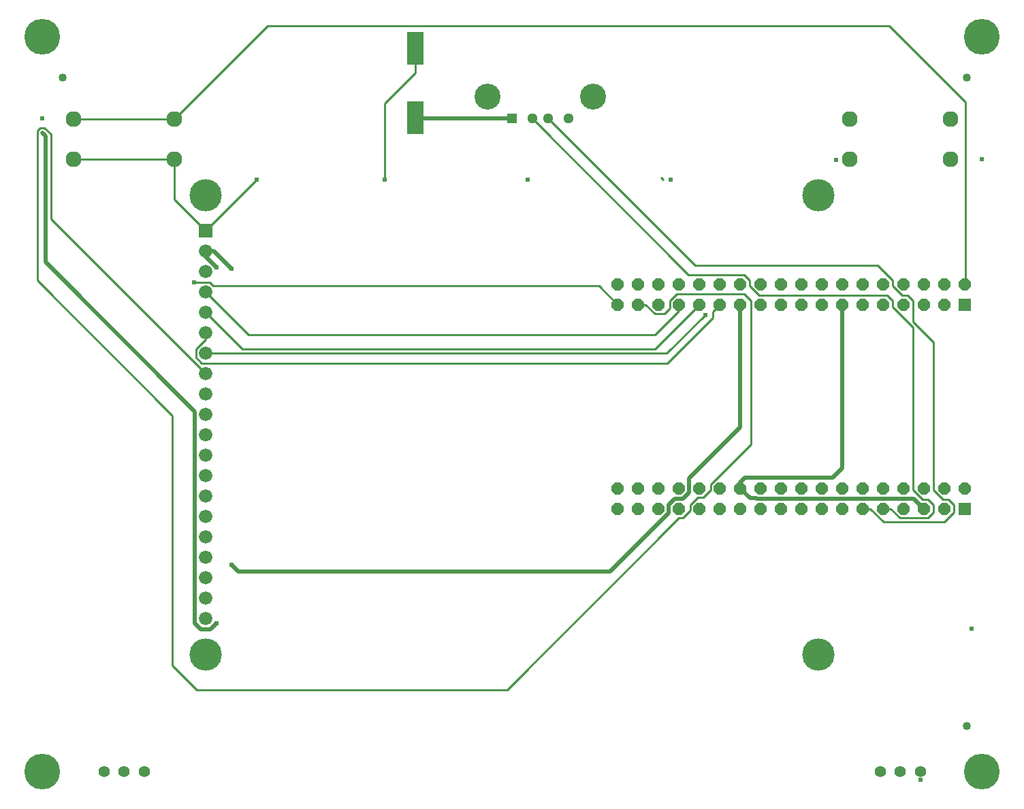
<source format=gbr>
G04 EAGLE Gerber RS-274X export*
G75*
%MOMM*%
%FSLAX34Y34*%
%LPD*%
%INBottom Copper*%
%IPPOS*%
%AMOC8*
5,1,8,0,0,1.08239X$1,22.5*%
G01*
%ADD10C,1.960000*%
%ADD11C,1.400000*%
%ADD12R,1.288000X1.288000*%
%ADD13C,1.288000*%
%ADD14C,3.220000*%
%ADD15R,2.000000X4.100000*%
%ADD16C,1.016000*%
%ADD17C,4.445000*%
%ADD18R,1.524000X1.524000*%
%ADD19P,1.649562X8X202.500000*%
%ADD20R,1.676400X1.676400*%
%ADD21C,1.676400*%
%ADD22C,4.016000*%
%ADD23C,0.609600*%
%ADD24C,0.254000*%
%ADD25C,0.508000*%


D10*
X1180100Y863200D03*
X1180100Y813200D03*
X1055100Y813200D03*
X1055100Y863200D03*
D11*
X1092600Y50800D03*
X1117600Y50800D03*
X1142600Y50800D03*
X127400Y50800D03*
X152400Y50800D03*
X177400Y50800D03*
D10*
X214900Y863200D03*
X214900Y813200D03*
X89900Y813200D03*
X89900Y863200D03*
D12*
X635000Y863600D03*
D13*
X660000Y863600D03*
X680000Y863600D03*
X705000Y863600D03*
D14*
X604300Y890700D03*
X735700Y890700D03*
D15*
X514350Y864550D03*
X514350Y951550D03*
D16*
X76200Y914400D03*
X1200150Y914400D03*
X1200150Y107950D03*
D17*
X50800Y965200D03*
X1219200Y965200D03*
X50800Y50800D03*
X1219200Y50800D03*
D18*
X1198200Y378200D03*
D19*
X1198200Y403600D03*
X1172800Y378200D03*
X1172800Y403600D03*
X1147400Y378200D03*
X1147400Y403600D03*
X1122000Y378200D03*
X1122000Y403600D03*
X1096600Y378200D03*
X1096600Y403600D03*
X1071200Y378200D03*
X1071200Y403600D03*
X1045800Y378200D03*
X1045800Y403600D03*
X1020400Y378200D03*
X1020400Y403600D03*
X995000Y378200D03*
X995000Y403600D03*
X969600Y378200D03*
X969600Y403600D03*
X944200Y378200D03*
X944200Y403600D03*
X918800Y378200D03*
X918800Y403600D03*
X893400Y378200D03*
X893400Y403600D03*
X868000Y378200D03*
X868000Y403600D03*
X842600Y378200D03*
X842600Y403600D03*
X817200Y378200D03*
X817200Y403600D03*
X791800Y378200D03*
X791800Y403600D03*
X766400Y378200D03*
X766400Y403600D03*
D18*
X1198200Y632200D03*
D19*
X1198200Y657600D03*
X1172800Y632200D03*
X1172800Y657600D03*
X1147400Y632200D03*
X1147400Y657600D03*
X1122000Y632200D03*
X1122000Y657600D03*
X1096600Y632200D03*
X1096600Y657600D03*
X1071200Y632200D03*
X1071200Y657600D03*
X1045800Y632200D03*
X1045800Y657600D03*
X1020400Y632200D03*
X1020400Y657600D03*
X995000Y632200D03*
X995000Y657600D03*
X969600Y632200D03*
X969600Y657600D03*
X944200Y632200D03*
X944200Y657600D03*
X918800Y632200D03*
X918800Y657600D03*
X893400Y632200D03*
X893400Y657600D03*
X868000Y632200D03*
X868000Y657600D03*
X842600Y632200D03*
X842600Y657600D03*
X817200Y632200D03*
X817200Y657600D03*
X791800Y632200D03*
X791800Y657600D03*
X766400Y632200D03*
X766400Y657600D03*
D20*
X254000Y723900D03*
D21*
X254000Y698500D03*
X254000Y673100D03*
X254000Y647700D03*
X254000Y622300D03*
X254000Y596900D03*
X254000Y571500D03*
X254000Y546100D03*
X254000Y520700D03*
X254000Y495300D03*
X254000Y469900D03*
X254000Y444500D03*
X254000Y419100D03*
X254000Y393700D03*
X254000Y368300D03*
X254000Y342900D03*
X254000Y317500D03*
X254000Y292100D03*
X254000Y266700D03*
X254000Y241300D03*
D22*
X254000Y768350D03*
X254000Y196850D03*
X1016000Y768350D03*
X1016000Y196850D03*
D23*
X476250Y787400D03*
X654050Y787400D03*
X831850Y787400D03*
X1206500Y228600D03*
D24*
X514350Y920750D02*
X514350Y951550D01*
X476250Y882650D02*
X476250Y787400D01*
X476250Y882650D02*
X514350Y920750D01*
X214900Y813200D02*
X89900Y813200D01*
X214900Y763000D02*
X254000Y723900D01*
X214900Y763000D02*
X214900Y813200D01*
X254000Y723900D02*
X317500Y787400D01*
X820420Y789940D02*
X822960Y787400D01*
D23*
X317500Y787400D03*
X1037590Y812165D03*
X1143000Y40640D03*
X50800Y863600D03*
X1219200Y812800D03*
D25*
X264160Y698500D02*
X254000Y698500D01*
X918800Y632200D02*
X918800Y621620D01*
X254000Y691642D02*
X254000Y698500D01*
X254000Y691642D02*
X254496Y691642D01*
X267462Y678676D01*
X267462Y235724D02*
X259576Y227838D01*
X248424Y227838D01*
X240538Y235724D01*
X240538Y499364D01*
X54991Y684911D01*
X54991Y841629D01*
X50800Y845820D01*
X264160Y698500D02*
X285750Y676910D01*
X285750Y308610D02*
X294640Y299720D01*
X847861Y390900D02*
X855300Y398339D01*
X855300Y415880D01*
X829900Y383461D02*
X829900Y372939D01*
X829900Y383461D02*
X837339Y390900D01*
X847861Y390900D01*
X829900Y372939D02*
X756681Y299720D01*
X918800Y479380D02*
X918800Y632200D01*
X756681Y299720D02*
X294640Y299720D01*
X855300Y415880D02*
X918800Y479380D01*
D23*
X285750Y676910D03*
X285750Y308610D03*
X267462Y678676D03*
X267462Y235724D03*
D24*
X214900Y863200D02*
X330870Y979170D01*
X1103630Y979170D01*
X1198880Y883920D01*
X1198880Y658280D01*
X1198200Y657600D01*
X214900Y863200D02*
X89900Y863200D01*
D25*
X918800Y403600D02*
X931240Y391160D01*
X938679Y391160D02*
X938939Y390900D01*
X1134700Y390900D02*
X1147400Y378200D01*
X1134700Y390900D02*
X938939Y390900D01*
X938679Y391160D02*
X931240Y391160D01*
X1045800Y428580D02*
X1045800Y632200D01*
X1033780Y416560D02*
X924560Y416560D01*
X918800Y410800D01*
X918800Y403600D01*
X1033780Y416560D02*
X1045800Y428580D01*
X515300Y863600D02*
X514350Y864550D01*
X515300Y863600D02*
X635000Y863600D01*
D24*
X923535Y669030D02*
X930230Y662335D01*
X1101335Y643630D02*
X1108030Y636935D01*
X854570Y669030D02*
X660000Y863600D01*
X1108030Y636935D02*
X1108030Y629330D01*
X930230Y655406D02*
X930230Y662335D01*
X930230Y655406D02*
X942006Y643630D01*
X923535Y669030D02*
X854570Y669030D01*
X942006Y643630D02*
X1101335Y643630D01*
X1152135Y389630D02*
X1158830Y382935D01*
X1158830Y373466D01*
X1152135Y366770D01*
X1145206Y389630D02*
X1133430Y401406D01*
X1145206Y389630D02*
X1152135Y389630D01*
X1105836Y378200D02*
X1096600Y378200D01*
X1105836Y378200D02*
X1117266Y366770D01*
X1133430Y401406D02*
X1133430Y603930D01*
X1117266Y366770D02*
X1152135Y366770D01*
X1133430Y603930D02*
X1108030Y629330D01*
X862880Y680720D02*
X680000Y863600D01*
X1126735Y643630D02*
X1133430Y636935D01*
X1177535Y389630D02*
X1184230Y382935D01*
X1184230Y373466D01*
X1133430Y611114D02*
X1133430Y636935D01*
X1108030Y655406D02*
X1108030Y662335D01*
X1108030Y655406D02*
X1119806Y643630D01*
X1126735Y643630D01*
X1158830Y401406D02*
X1170606Y389630D01*
X1177535Y389630D01*
X1080436Y378200D02*
X1071200Y378200D01*
X1158830Y585714D02*
X1133430Y611114D01*
X1158830Y585714D02*
X1158830Y401406D01*
X1184230Y373466D02*
X1172455Y361690D01*
X1096946Y361690D01*
X1080436Y378200D01*
X1108030Y662335D02*
X1089645Y680720D01*
X862880Y680720D01*
X307340Y594360D02*
X254000Y647700D01*
X842600Y632200D02*
X842600Y624580D01*
X812380Y594360D01*
X307340Y594360D01*
X241808Y576550D02*
X241808Y566450D01*
X248950Y559308D01*
X884510Y623310D02*
X893400Y632200D01*
X884510Y623310D02*
X884510Y615706D01*
X828112Y559308D02*
X248950Y559308D01*
X828112Y559308D02*
X884510Y615706D01*
X254000Y596900D02*
X254000Y588742D01*
X241808Y576550D01*
X254000Y622300D02*
X299720Y576580D01*
X812380Y576580D02*
X868000Y632200D01*
X812380Y576580D02*
X299720Y576580D01*
X254000Y571500D02*
X827405Y571500D01*
X874985Y619080D01*
D23*
X874985Y619080D03*
D24*
X801036Y632200D02*
X791800Y632200D01*
X801036Y632200D02*
X812466Y620770D01*
X923510Y645575D02*
X932180Y636905D01*
X48170Y852170D02*
X44450Y848450D01*
X48170Y852170D02*
X53430Y852170D01*
X61341Y844259D01*
X44450Y848450D02*
X44450Y662342D01*
X61341Y738759D02*
X61341Y844259D01*
X61341Y738759D02*
X254000Y546100D01*
X842512Y366770D02*
X847335Y366770D01*
X856570Y376006D01*
X856570Y382935D01*
X865806Y392170D01*
X872735Y392170D01*
X881970Y401406D01*
X881970Y408335D01*
X932180Y458545D02*
X932180Y636905D01*
X932180Y458545D02*
X881970Y408335D01*
X923510Y645575D02*
X839754Y645575D01*
X831170Y636991D02*
X831170Y627335D01*
X824605Y620770D02*
X812466Y620770D01*
X824605Y620770D02*
X831170Y627335D01*
X831170Y636991D02*
X839754Y645575D01*
X628777Y153035D02*
X242570Y153035D01*
X212725Y182880D01*
X628777Y153035D02*
X842512Y366770D01*
X212725Y494067D02*
X212725Y182880D01*
X212725Y494067D02*
X44450Y662342D01*
X239522Y659892D02*
X259050Y659892D01*
X263622Y655320D01*
X743280Y655320D02*
X766400Y632200D01*
X743280Y655320D02*
X263622Y655320D01*
D23*
X239522Y659892D03*
M02*

</source>
